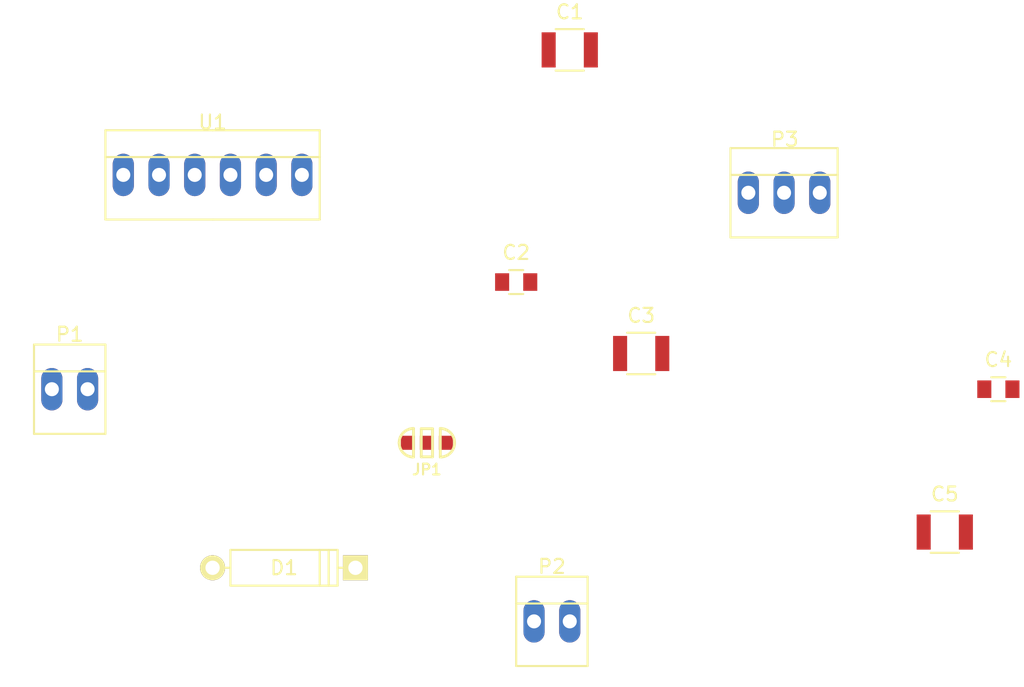
<source format=kicad_pcb>
(kicad_pcb (version 4) (host pcbnew 4.0.2+e4-6225~38~ubuntu15.10.1-stable)

  (general
    (links 20)
    (no_connects 20)
    (area 108.944999 76.405 162.588334 110.765001)
    (thickness 1.6)
    (drawings 0)
    (tracks 0)
    (zones 0)
    (modules 11)
    (nets 9)
  )

  (page A4)
  (layers
    (0 F.Cu signal)
    (31 B.Cu signal)
    (32 B.Adhes user)
    (33 F.Adhes user)
    (34 B.Paste user)
    (35 F.Paste user)
    (36 B.SilkS user)
    (37 F.SilkS user)
    (38 B.Mask user)
    (39 F.Mask user)
    (40 Dwgs.User user)
    (41 Cmts.User user)
    (42 Eco1.User user)
    (43 Eco2.User user)
    (44 Edge.Cuts user)
    (45 Margin user)
    (46 B.CrtYd user)
    (47 F.CrtYd user)
    (48 B.Fab user)
    (49 F.Fab user)
  )

  (setup
    (last_trace_width 0.25)
    (trace_clearance 0.2)
    (zone_clearance 0.508)
    (zone_45_only no)
    (trace_min 0.2)
    (segment_width 0.2)
    (edge_width 0.15)
    (via_size 0.6)
    (via_drill 0.4)
    (via_min_size 0.4)
    (via_min_drill 0.3)
    (uvia_size 0.3)
    (uvia_drill 0.1)
    (uvias_allowed no)
    (uvia_min_size 0.2)
    (uvia_min_drill 0.1)
    (pcb_text_width 0.3)
    (pcb_text_size 1.5 1.5)
    (mod_edge_width 0.15)
    (mod_text_size 1 1)
    (mod_text_width 0.15)
    (pad_size 1.524 1.524)
    (pad_drill 0.762)
    (pad_to_mask_clearance 0.2)
    (aux_axis_origin 0 0)
    (visible_elements FFFFFF7F)
    (pcbplotparams
      (layerselection 0x00030_80000001)
      (usegerberextensions false)
      (excludeedgelayer true)
      (linewidth 0.100000)
      (plotframeref false)
      (viasonmask false)
      (mode 1)
      (useauxorigin false)
      (hpglpennumber 1)
      (hpglpenspeed 20)
      (hpglpendiameter 15)
      (hpglpenoverlay 2)
      (psnegative false)
      (psa4output false)
      (plotreference true)
      (plotvalue true)
      (plotinvisibletext false)
      (padsonsilk false)
      (subtractmaskfromsilk false)
      (outputformat 1)
      (mirror false)
      (drillshape 1)
      (scaleselection 1)
      (outputdirectory ""))
  )

  (net 0 "")
  (net 1 "Net-(C1-Pad1)")
  (net 2 GND)
  (net 3 "Net-(C2-Pad1)")
  (net 4 "Net-(C3-Pad1)")
  (net 5 "Net-(C4-Pad2)")
  (net 6 "Net-(D1-Pad2)")
  (net 7 "Net-(JP1-Pad2)")
  (net 8 "Net-(P3-Pad1)")

  (net_class Default "This is the default net class."
    (clearance 0.2)
    (trace_width 0.25)
    (via_dia 0.6)
    (via_drill 0.4)
    (uvia_dia 0.3)
    (uvia_drill 0.1)
    (add_net GND)
    (add_net "Net-(C1-Pad1)")
    (add_net "Net-(C2-Pad1)")
    (add_net "Net-(C3-Pad1)")
    (add_net "Net-(C4-Pad2)")
    (add_net "Net-(D1-Pad2)")
    (add_net "Net-(JP1-Pad2)")
    (add_net "Net-(P3-Pad1)")
  )

  (module Capacitors_SMD:C_1210 (layer F.Cu) (tedit 5415D85D) (tstamp 57A3F5B1)
    (at 142.24 72.39)
    (descr "Capacitor SMD 1210, reflow soldering, AVX (see smccp.pdf)")
    (tags "capacitor 1210")
    (path /57A3F852)
    (attr smd)
    (fp_text reference C1 (at 0 -2.7) (layer F.SilkS)
      (effects (font (size 1 1) (thickness 0.15)))
    )
    (fp_text value CP (at 0 2.7) (layer F.Fab)
      (effects (font (size 1 1) (thickness 0.15)))
    )
    (fp_line (start -2.3 -1.6) (end 2.3 -1.6) (layer F.CrtYd) (width 0.05))
    (fp_line (start -2.3 1.6) (end 2.3 1.6) (layer F.CrtYd) (width 0.05))
    (fp_line (start -2.3 -1.6) (end -2.3 1.6) (layer F.CrtYd) (width 0.05))
    (fp_line (start 2.3 -1.6) (end 2.3 1.6) (layer F.CrtYd) (width 0.05))
    (fp_line (start 1 -1.475) (end -1 -1.475) (layer F.SilkS) (width 0.15))
    (fp_line (start -1 1.475) (end 1 1.475) (layer F.SilkS) (width 0.15))
    (pad 1 smd rect (at -1.5 0) (size 1 2.5) (layers F.Cu F.Paste F.Mask)
      (net 1 "Net-(C1-Pad1)"))
    (pad 2 smd rect (at 1.5 0) (size 1 2.5) (layers F.Cu F.Paste F.Mask)
      (net 2 GND))
    (model Capacitors_SMD.3dshapes/C_1210.wrl
      (at (xyz 0 0 0))
      (scale (xyz 1 1 1))
      (rotate (xyz 0 0 0))
    )
  )

  (module Capacitors_SMD:C_0805 (layer F.Cu) (tedit 5415D6EA) (tstamp 57A3F5B7)
    (at 138.43 88.9)
    (descr "Capacitor SMD 0805, reflow soldering, AVX (see smccp.pdf)")
    (tags "capacitor 0805")
    (path /57A3EC63)
    (attr smd)
    (fp_text reference C2 (at 0 -2.1) (layer F.SilkS)
      (effects (font (size 1 1) (thickness 0.15)))
    )
    (fp_text value C (at 0 2.1) (layer F.Fab)
      (effects (font (size 1 1) (thickness 0.15)))
    )
    (fp_line (start -1.8 -1) (end 1.8 -1) (layer F.CrtYd) (width 0.05))
    (fp_line (start -1.8 1) (end 1.8 1) (layer F.CrtYd) (width 0.05))
    (fp_line (start -1.8 -1) (end -1.8 1) (layer F.CrtYd) (width 0.05))
    (fp_line (start 1.8 -1) (end 1.8 1) (layer F.CrtYd) (width 0.05))
    (fp_line (start 0.5 -0.85) (end -0.5 -0.85) (layer F.SilkS) (width 0.15))
    (fp_line (start -0.5 0.85) (end 0.5 0.85) (layer F.SilkS) (width 0.15))
    (pad 1 smd rect (at -1 0) (size 1 1.25) (layers F.Cu F.Paste F.Mask)
      (net 3 "Net-(C2-Pad1)"))
    (pad 2 smd rect (at 1 0) (size 1 1.25) (layers F.Cu F.Paste F.Mask)
      (net 2 GND))
    (model Capacitors_SMD.3dshapes/C_0805.wrl
      (at (xyz 0 0 0))
      (scale (xyz 1 1 1))
      (rotate (xyz 0 0 0))
    )
  )

  (module Capacitors_SMD:C_1210 (layer F.Cu) (tedit 5415D85D) (tstamp 57A3F5BD)
    (at 147.32 93.98)
    (descr "Capacitor SMD 1210, reflow soldering, AVX (see smccp.pdf)")
    (tags "capacitor 1210")
    (path /57A3ECAF)
    (attr smd)
    (fp_text reference C3 (at 0 -2.7) (layer F.SilkS)
      (effects (font (size 1 1) (thickness 0.15)))
    )
    (fp_text value CP (at 0 2.7) (layer F.Fab)
      (effects (font (size 1 1) (thickness 0.15)))
    )
    (fp_line (start -2.3 -1.6) (end 2.3 -1.6) (layer F.CrtYd) (width 0.05))
    (fp_line (start -2.3 1.6) (end 2.3 1.6) (layer F.CrtYd) (width 0.05))
    (fp_line (start -2.3 -1.6) (end -2.3 1.6) (layer F.CrtYd) (width 0.05))
    (fp_line (start 2.3 -1.6) (end 2.3 1.6) (layer F.CrtYd) (width 0.05))
    (fp_line (start 1 -1.475) (end -1 -1.475) (layer F.SilkS) (width 0.15))
    (fp_line (start -1 1.475) (end 1 1.475) (layer F.SilkS) (width 0.15))
    (pad 1 smd rect (at -1.5 0) (size 1 2.5) (layers F.Cu F.Paste F.Mask)
      (net 4 "Net-(C3-Pad1)"))
    (pad 2 smd rect (at 1.5 0) (size 1 2.5) (layers F.Cu F.Paste F.Mask)
      (net 2 GND))
    (model Capacitors_SMD.3dshapes/C_1210.wrl
      (at (xyz 0 0 0))
      (scale (xyz 1 1 1))
      (rotate (xyz 0 0 0))
    )
  )

  (module Capacitors_SMD:C_0805 (layer F.Cu) (tedit 5415D6EA) (tstamp 57A3F5C3)
    (at 172.72 96.52)
    (descr "Capacitor SMD 0805, reflow soldering, AVX (see smccp.pdf)")
    (tags "capacitor 0805")
    (path /57A3EB18)
    (attr smd)
    (fp_text reference C4 (at 0 -2.1) (layer F.SilkS)
      (effects (font (size 1 1) (thickness 0.15)))
    )
    (fp_text value C (at 0 2.1) (layer F.Fab)
      (effects (font (size 1 1) (thickness 0.15)))
    )
    (fp_line (start -1.8 -1) (end 1.8 -1) (layer F.CrtYd) (width 0.05))
    (fp_line (start -1.8 1) (end 1.8 1) (layer F.CrtYd) (width 0.05))
    (fp_line (start -1.8 -1) (end -1.8 1) (layer F.CrtYd) (width 0.05))
    (fp_line (start 1.8 -1) (end 1.8 1) (layer F.CrtYd) (width 0.05))
    (fp_line (start 0.5 -0.85) (end -0.5 -0.85) (layer F.SilkS) (width 0.15))
    (fp_line (start -0.5 0.85) (end 0.5 0.85) (layer F.SilkS) (width 0.15))
    (pad 1 smd rect (at -1 0) (size 1 1.25) (layers F.Cu F.Paste F.Mask)
      (net 2 GND))
    (pad 2 smd rect (at 1 0) (size 1 1.25) (layers F.Cu F.Paste F.Mask)
      (net 5 "Net-(C4-Pad2)"))
    (model Capacitors_SMD.3dshapes/C_0805.wrl
      (at (xyz 0 0 0))
      (scale (xyz 1 1 1))
      (rotate (xyz 0 0 0))
    )
  )

  (module Capacitors_SMD:C_1210 (layer F.Cu) (tedit 5415D85D) (tstamp 57A3F5C9)
    (at 168.91 106.68)
    (descr "Capacitor SMD 1210, reflow soldering, AVX (see smccp.pdf)")
    (tags "capacitor 1210")
    (path /57A3F3A5)
    (attr smd)
    (fp_text reference C5 (at 0 -2.7) (layer F.SilkS)
      (effects (font (size 1 1) (thickness 0.15)))
    )
    (fp_text value CP (at 0 2.7) (layer F.Fab)
      (effects (font (size 1 1) (thickness 0.15)))
    )
    (fp_line (start -2.3 -1.6) (end 2.3 -1.6) (layer F.CrtYd) (width 0.05))
    (fp_line (start -2.3 1.6) (end 2.3 1.6) (layer F.CrtYd) (width 0.05))
    (fp_line (start -2.3 -1.6) (end -2.3 1.6) (layer F.CrtYd) (width 0.05))
    (fp_line (start 2.3 -1.6) (end 2.3 1.6) (layer F.CrtYd) (width 0.05))
    (fp_line (start 1 -1.475) (end -1 -1.475) (layer F.SilkS) (width 0.15))
    (fp_line (start -1 1.475) (end 1 1.475) (layer F.SilkS) (width 0.15))
    (pad 1 smd rect (at -1.5 0) (size 1 2.5) (layers F.Cu F.Paste F.Mask)
      (net 2 GND))
    (pad 2 smd rect (at 1.5 0) (size 1 2.5) (layers F.Cu F.Paste F.Mask)
      (net 5 "Net-(C4-Pad2)"))
    (model Capacitors_SMD.3dshapes/C_1210.wrl
      (at (xyz 0 0 0))
      (scale (xyz 1 1 1))
      (rotate (xyz 0 0 0))
    )
  )

  (module Discret:D4 (layer F.Cu) (tedit 0) (tstamp 57A3F5CF)
    (at 121.92 109.22)
    (descr "Diode 4 pas")
    (tags "DIODE DEV")
    (path /57A3EDA5)
    (fp_text reference D1 (at 0 0) (layer F.SilkS)
      (effects (font (size 1 1) (thickness 0.15)))
    )
    (fp_text value D (at 0 0) (layer F.Fab)
      (effects (font (size 1 1) (thickness 0.15)))
    )
    (fp_line (start -3.81 -1.27) (end 3.81 -1.27) (layer F.SilkS) (width 0.15))
    (fp_line (start 3.81 -1.27) (end 3.81 1.27) (layer F.SilkS) (width 0.15))
    (fp_line (start 3.81 1.27) (end -3.81 1.27) (layer F.SilkS) (width 0.15))
    (fp_line (start -3.81 1.27) (end -3.81 -1.27) (layer F.SilkS) (width 0.15))
    (fp_line (start 3.175 -1.27) (end 3.175 1.27) (layer F.SilkS) (width 0.15))
    (fp_line (start 2.54 1.27) (end 2.54 -1.27) (layer F.SilkS) (width 0.15))
    (fp_line (start -3.81 0) (end -5.08 0) (layer F.SilkS) (width 0.15))
    (fp_line (start 3.81 0) (end 5.08 0) (layer F.SilkS) (width 0.15))
    (pad 2 thru_hole circle (at -5.08 0) (size 1.778 1.778) (drill 1.016) (layers *.Cu *.Mask F.SilkS)
      (net 6 "Net-(D1-Pad2)"))
    (pad 1 thru_hole rect (at 5.08 0) (size 1.778 1.778) (drill 1.016) (layers *.Cu *.Mask F.SilkS)
      (net 1 "Net-(C1-Pad1)"))
    (model Discret.3dshapes/D4.wrl
      (at (xyz 0 0 0))
      (scale (xyz 0.4 0.4 0.4))
      (rotate (xyz 0 0 0))
    )
  )

  (module jumper:SOLDER-JUMPER_2-WAY (layer F.Cu) (tedit 0) (tstamp 57A3F5D6)
    (at 132.08 100.33)
    (path /57A3F454)
    (fp_text reference JP1 (at 0 1.905) (layer F.SilkS)
      (effects (font (size 0.762 0.762) (thickness 0.1524)))
    )
    (fp_text value JUMPER3 (at 0 0) (layer F.SilkS) hide
      (effects (font (size 0.762 0.762) (thickness 0.1524)))
    )
    (fp_line (start -0.4 -1) (end -0.4 1) (layer F.SilkS) (width 0.2032))
    (fp_line (start -0.4 1) (end 0.4 1) (layer F.SilkS) (width 0.2032))
    (fp_line (start 0.4 1) (end 0.4 -1) (layer F.SilkS) (width 0.2032))
    (fp_line (start 0.4 -1) (end -0.4 -1) (layer F.SilkS) (width 0.2032))
    (fp_line (start 0.954 1.016) (end 0.954 -1.016) (layer F.SilkS) (width 0.2032))
    (fp_line (start -0.954 -1.016) (end -0.954 1.016) (layer F.SilkS) (width 0.2032))
    (fp_arc (start 0.954 0) (end 1.97 0) (angle 90) (layer F.SilkS) (width 0.2032))
    (fp_arc (start 0.954 0) (end 0.954 -1.016) (angle 90) (layer F.SilkS) (width 0.2032))
    (fp_arc (start -0.954 0) (end -1.97 0) (angle 90) (layer F.SilkS) (width 0.2032))
    (fp_arc (start -0.954 0) (end -0.954 1.016) (angle 90) (layer F.SilkS) (width 0.2032))
    (pad 1 smd rect (at -1.35 0) (size 1 1) (layers F.Cu F.Paste F.Mask)
      (net 1 "Net-(C1-Pad1)"))
    (pad 3 smd rect (at 1.35 0) (size 1 1) (layers F.Cu F.Paste F.Mask)
      (net 2 GND))
    (pad 2 smd rect (at 0 0) (size 1 1) (layers F.Cu F.Paste F.Mask)
      (net 7 "Net-(JP1-Pad2)"))
  )

  (module Connect:PINHEAD1-2 (layer F.Cu) (tedit 0) (tstamp 57A3F5DC)
    (at 106.68 96.52)
    (path /57A3EA33)
    (attr virtual)
    (fp_text reference P1 (at 0 -3.9) (layer F.SilkS)
      (effects (font (size 1 1) (thickness 0.15)))
    )
    (fp_text value CONN_01X02 (at 0 3.81) (layer F.Fab)
      (effects (font (size 1 1) (thickness 0.15)))
    )
    (fp_line (start 2.54 -1.27) (end -2.54 -1.27) (layer F.SilkS) (width 0.15))
    (fp_line (start 2.54 3.175) (end -2.54 3.175) (layer F.SilkS) (width 0.15))
    (fp_line (start -2.54 -3.175) (end 2.54 -3.175) (layer F.SilkS) (width 0.15))
    (fp_line (start -2.54 -3.175) (end -2.54 3.175) (layer F.SilkS) (width 0.15))
    (fp_line (start 2.54 -3.175) (end 2.54 3.175) (layer F.SilkS) (width 0.15))
    (pad 1 thru_hole oval (at -1.27 0) (size 1.50622 3.01498) (drill 0.99822) (layers *.Cu *.Mask)
      (net 2 GND))
    (pad 2 thru_hole oval (at 1.27 0) (size 1.50622 3.01498) (drill 0.99822) (layers *.Cu *.Mask)
      (net 6 "Net-(D1-Pad2)"))
  )

  (module Connect:PINHEAD1-2 (layer F.Cu) (tedit 0) (tstamp 57A3F5E2)
    (at 140.97 113.03)
    (path /57A3E59B)
    (attr virtual)
    (fp_text reference P2 (at 0 -3.9) (layer F.SilkS)
      (effects (font (size 1 1) (thickness 0.15)))
    )
    (fp_text value CONN_01X02 (at 0 3.81) (layer F.Fab)
      (effects (font (size 1 1) (thickness 0.15)))
    )
    (fp_line (start 2.54 -1.27) (end -2.54 -1.27) (layer F.SilkS) (width 0.15))
    (fp_line (start 2.54 3.175) (end -2.54 3.175) (layer F.SilkS) (width 0.15))
    (fp_line (start -2.54 -3.175) (end 2.54 -3.175) (layer F.SilkS) (width 0.15))
    (fp_line (start -2.54 -3.175) (end -2.54 3.175) (layer F.SilkS) (width 0.15))
    (fp_line (start 2.54 -3.175) (end 2.54 3.175) (layer F.SilkS) (width 0.15))
    (pad 1 thru_hole oval (at -1.27 0) (size 1.50622 3.01498) (drill 0.99822) (layers *.Cu *.Mask)
      (net 2 GND))
    (pad 2 thru_hole oval (at 1.27 0) (size 1.50622 3.01498) (drill 0.99822) (layers *.Cu *.Mask)
      (net 6 "Net-(D1-Pad2)"))
  )

  (module Connect:PINHEAD1-3 (layer F.Cu) (tedit 0) (tstamp 57A3F5E9)
    (at 157.48 82.55)
    (path /57A3E8B0)
    (attr virtual)
    (fp_text reference P3 (at 0.05 -3.8) (layer F.SilkS)
      (effects (font (size 1 1) (thickness 0.15)))
    )
    (fp_text value CONN_01X03 (at 0 3.81) (layer F.Fab)
      (effects (font (size 1 1) (thickness 0.15)))
    )
    (fp_line (start -3.81 -3.175) (end -3.81 3.175) (layer F.SilkS) (width 0.15))
    (fp_line (start 3.81 -3.175) (end 3.81 3.175) (layer F.SilkS) (width 0.15))
    (fp_line (start 3.81 -1.27) (end -3.81 -1.27) (layer F.SilkS) (width 0.15))
    (fp_line (start -3.81 -3.175) (end 3.81 -3.175) (layer F.SilkS) (width 0.15))
    (fp_line (start 3.81 3.175) (end -3.81 3.175) (layer F.SilkS) (width 0.15))
    (pad 1 thru_hole oval (at -2.54 0) (size 1.50622 3.01498) (drill 0.99822) (layers *.Cu *.Mask)
      (net 8 "Net-(P3-Pad1)"))
    (pad 2 thru_hole oval (at 0 0) (size 1.50622 3.01498) (drill 0.99822) (layers *.Cu *.Mask)
      (net 2 GND))
    (pad 3 thru_hole oval (at 2.54 0) (size 1.50622 3.01498) (drill 0.99822) (layers *.Cu *.Mask)
      (net 5 "Net-(C4-Pad2)"))
  )

  (module Connect:PINHEAD1-6 (layer F.Cu) (tedit 0) (tstamp 57A3F5F3)
    (at 116.84 81.28)
    (path /57A3EA6B)
    (attr virtual)
    (fp_text reference U1 (at 0 -3.75) (layer F.SilkS)
      (effects (font (size 1 1) (thickness 0.15)))
    )
    (fp_text value CONN_01X06 (at 0 3.81) (layer F.Fab)
      (effects (font (size 1 1) (thickness 0.15)))
    )
    (fp_line (start 0 3.175) (end 7.62 3.175) (layer F.SilkS) (width 0.15))
    (fp_line (start 0 -1.27) (end 7.62 -1.27) (layer F.SilkS) (width 0.15))
    (fp_line (start 0 -3.175) (end 7.62 -3.175) (layer F.SilkS) (width 0.15))
    (fp_line (start -7.62 -3.175) (end -7.62 3.175) (layer F.SilkS) (width 0.15))
    (fp_line (start 7.62 -3.175) (end 7.62 3.175) (layer F.SilkS) (width 0.15))
    (fp_line (start 0 -1.27) (end -7.62 -1.27) (layer F.SilkS) (width 0.15))
    (fp_line (start -7.62 -3.175) (end 0 -3.175) (layer F.SilkS) (width 0.15))
    (fp_line (start 0 3.175) (end -7.62 3.175) (layer F.SilkS) (width 0.15))
    (pad 1 thru_hole oval (at -6.35 0) (size 1.50622 3.01498) (drill 0.99822) (layers *.Cu *.Mask)
      (net 7 "Net-(JP1-Pad2)"))
    (pad 2 thru_hole oval (at -3.81 0) (size 1.50622 3.01498) (drill 0.99822) (layers *.Cu *.Mask)
      (net 5 "Net-(C4-Pad2)"))
    (pad 3 thru_hole oval (at -1.27 0) (size 1.50622 3.01498) (drill 0.99822) (layers *.Cu *.Mask)
      (net 2 GND))
    (pad 4 thru_hole oval (at 1.27 0) (size 1.50622 3.01498) (drill 0.99822) (layers *.Cu *.Mask)
      (net 8 "Net-(P3-Pad1)"))
    (pad 5 thru_hole oval (at 3.81 0) (size 1.50622 3.01498) (drill 0.99822) (layers *.Cu *.Mask)
      (net 2 GND))
    (pad 6 thru_hole oval (at 6.35 0) (size 1.50622 3.01498) (drill 0.99822) (layers *.Cu *.Mask)
      (net 1 "Net-(C1-Pad1)"))
  )

)

</source>
